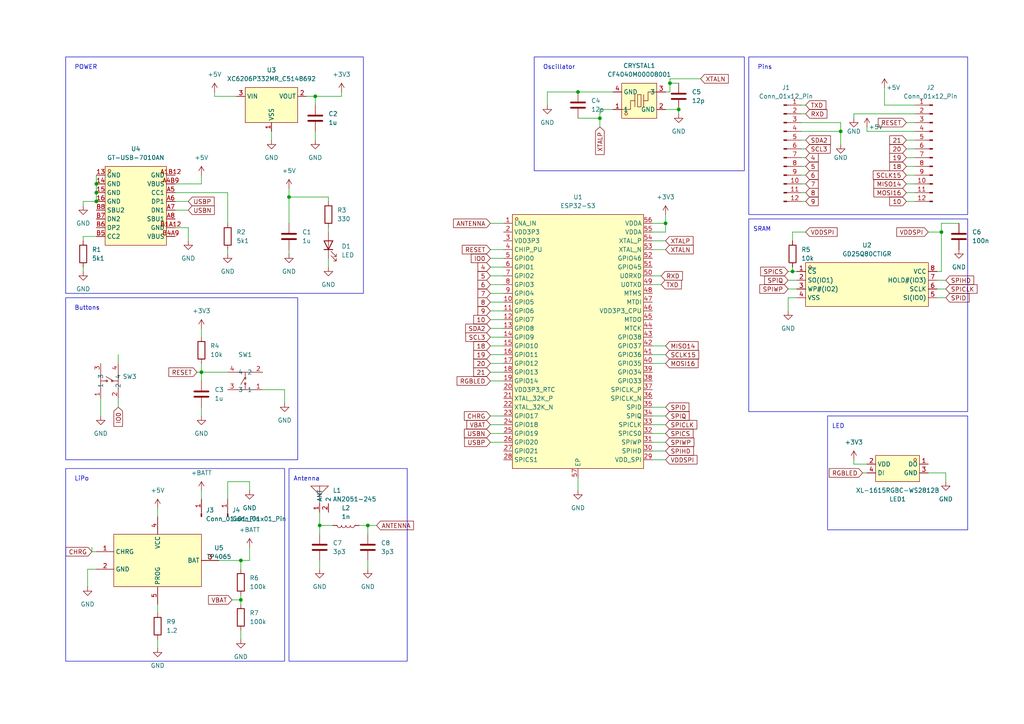
<source format=kicad_sch>
(kicad_sch (version 20230121) (generator eeschema)
  (paper "A4")
  (lib_symbols
    (symbol "Connector:Conn_01x01_Pin" (pin_names (offset 1.016) hide)
      (property "Reference" "J" (at 0 2.54 0))
      (property "Value" "Conn_01x01_Pin" (at 0 -2.54 0))
      (symbol "Conn_01x01_Pin_1_1"
        (polyline (pts (xy 1.27 0) (xy 0.8636 0)) (stroke (width 0.1524)))
        (rectangle (start 0.8636 0.127) (end 0 -0.127) (stroke (width 0.1524)) (fill (type outline)))
        (pin passive line (at 5.08 0 180) (length 3.81) (name "Pin_1") (number "1"))
      )
    )
    (symbol "Connector:Conn_01x12_Pin" (pin_names (offset 1.016) hide)
      (property "Reference" "J" (at 0 15.24 0))
      (property "Value" "Conn_01x12_Pin" (at 0 -17.78 0))
      (symbol "Conn_01x12_Pin_1_1"
        (polyline (pts (xy 1.27 -15.24) (xy 0.8636 -15.24)) (stroke (width 0.1524)))
        (polyline (pts (xy 1.27 -12.7) (xy 0.8636 -12.7)) (stroke (width 0.1524)))
        (polyline (pts (xy 1.27 -10.16) (xy 0.8636 -10.16)) (stroke (width 0.1524)))
        (polyline (pts (xy 1.27 -7.62) (xy 0.8636 -7.62)) (stroke (width 0.1524)))
        (polyline (pts (xy 1.27 -5.08) (xy 0.8636 -5.08)) (stroke (width 0.1524)))
        (polyline (pts (xy 1.27 -2.54) (xy 0.8636 -2.54)) (stroke (width 0.1524)))
        (polyline (pts (xy 1.27 0) (xy 0.8636 0)) (stroke (width 0.1524)))
        (polyline (pts (xy 1.27 2.54) (xy 0.8636 2.54)) (stroke (width 0.1524)))
        (polyline (pts (xy 1.27 5.08) (xy 0.8636 5.08)) (stroke (width 0.1524)))
        (polyline (pts (xy 1.27 7.62) (xy 0.8636 7.62)) (stroke (width 0.1524)))
        (polyline (pts (xy 1.27 10.16) (xy 0.8636 10.16)) (stroke (width 0.1524)))
        (polyline (pts (xy 1.27 12.7) (xy 0.8636 12.7)) (stroke (width 0.1524)))
        (rectangle (start 0.8636 -15.113) (end 0 -15.367) (stroke (width 0.1524)) (fill (type outline)))
        (rectangle (start 0.8636 -12.573) (end 0 -12.827) (stroke (width 0.1524)) (fill (type outline)))
        (rectangle (start 0.8636 -10.033) (end 0 -10.287) (stroke (width 0.1524)) (fill (type outline)))
        (rectangle (start 0.8636 -7.493) (end 0 -7.747) (stroke (width 0.1524)) (fill (type outline)))
        (rectangle (start 0.8636 -4.953) (end 0 -5.207) (stroke (width 0.1524)) (fill (type outline)))
        (rectangle (start 0.8636 -2.413) (end 0 -2.667) (stroke (width 0.1524)) (fill (type outline)))
        (rectangle (start 0.8636 0.127) (end 0 -0.127) (stroke (width 0.1524)) (fill (type outline)))
        (rectangle (start 0.8636 2.667) (end 0 2.413) (stroke (width 0.1524)) (fill (type outline)))
        (rectangle (start 0.8636 5.207) (end 0 4.953) (stroke (width 0.1524)) (fill (type outline)))
        (rectangle (start 0.8636 7.747) (end 0 7.493) (stroke (width 0.1524)) (fill (type outline)))
        (rectangle (start 0.8636 10.287) (end 0 10.033) (stroke (width 0.1524)) (fill (type outline)))
        (rectangle (start 0.8636 12.827) (end 0 12.573) (stroke (width 0.1524)) (fill (type outline)))
        (pin passive line (at 5.08 12.7 180) (length 3.81) (name "Pin_1") (number "1"))
        (pin passive line (at 5.08 -10.16 180) (length 3.81) (name "Pin_10") (number "10"))
        (pin passive line (at 5.08 -12.7 180) (length 3.81) (name "Pin_11") (number "11"))
        (pin passive line (at 5.08 -15.24 180) (length 3.81) (name "Pin_12") (number "12"))
        (pin passive line (at 5.08 10.16 180) (length 3.81) (name "Pin_2") (number "2"))
        (pin passive line (at 5.08 7.62 180) (length 3.81) (name "Pin_3") (number "3"))
        (pin passive line (at 5.08 5.08 180) (length 3.81) (name "Pin_4") (number "4"))
        (pin passive line (at 5.08 2.54 180) (length 3.81) (name "Pin_5") (number "5"))
        (pin passive line (at 5.08 0 180) (length 3.81) (name "Pin_6") (number "6"))
        (pin passive line (at 5.08 -2.54 180) (length 3.81) (name "Pin_7") (number "7"))
        (pin passive line (at 5.08 -5.08 180) (length 3.81) (name "Pin_8") (number "8"))
        (pin passive line (at 5.08 -7.62 180) (length 3.81) (name "Pin_9") (number "9"))
      )
    )
    (symbol "Device:C" (pin_numbers hide) (pin_names (offset 0.254))
      (property "Reference" "C" (at 0.635 2.54 0))
      (property "Value" "C" (at 0.635 -2.54 0))
      (symbol "C_0_1"
        (polyline (pts (xy -2.032 -0.762) (xy 2.032 -0.762)) (stroke (width 0.508)))
        (polyline (pts (xy -2.032 0.762) (xy 2.032 0.762)) (stroke (width 0.508)))
      )
      (symbol "C_1_1"
        (pin passive line (at 0 3.81 270) (length 2.794) (name "~") (number "1"))
        (pin passive line (at 0 -3.81 90) (length 2.794) (name "~") (number "2"))
      )
    )
    (symbol "Device:L" (pin_numbers hide) (pin_names (offset 1.016) hide)
      (property "Reference" "L" (at -1.27 0 90))
      (property "Value" "L" (at 1.905 0 90))
      (symbol "L_0_1"
        (arc (start 0 -2.54) (mid 0.6323 -1.905) (end 0 -1.27))
        (arc (start 0 -1.27) (mid 0.6323 -0.635) (end 0 0))
        (arc (start 0 0) (mid 0.6323 0.635) (end 0 1.27))
        (arc (start 0 1.27) (mid 0.6323 1.905) (end 0 2.54))
      )
      (symbol "L_1_1"
        (pin passive line (at 0 3.81 270) (length 1.27) (name "1") (number "1"))
        (pin passive line (at 0 -3.81 90) (length 1.27) (name "2") (number "2"))
      )
    )
    (symbol "Device:LED" (pin_numbers hide) (pin_names (offset 1.016) hide)
      (property "Reference" "D" (at 0 2.54 0))
      (property "Value" "LED" (at 0 -2.54 0))
      (symbol "LED_0_1"
        (polyline (pts (xy -1.27 -1.27) (xy -1.27 1.27)) (stroke (width 0.254)))
        (polyline (pts (xy -1.27 0) (xy 1.27 0)))
        (polyline (pts (xy 1.27 -1.27) (xy 1.27 1.27) (xy -1.27 0) (xy 1.27 -1.27)) (stroke (width 0.254)))
        (polyline (pts (xy -3.048 -0.762) (xy -4.572 -2.286) (xy -3.81 -2.286) (xy -4.572 -2.286) (xy -4.572 -1.524)))
        (polyline (pts (xy -1.778 -0.762) (xy -3.302 -2.286) (xy -2.54 -2.286) (xy -3.302 -2.286) (xy -3.302 -1.524)))
      )
      (symbol "LED_1_1"
        (pin passive line (at -3.81 0 0) (length 2.54) (name "K") (number "1"))
        (pin passive line (at 3.81 0 180) (length 2.54) (name "A") (number "2"))
      )
    )
    (symbol "Device:R" (pin_numbers hide) (pin_names (offset 0))
      (property "Reference" "R" (at 2.032 0 90))
      (property "Value" "R" (at 0 0 90))
      (symbol "R_0_1"
        (rectangle (start -1.016 -2.54) (end 1.016 2.54) (stroke (width 0.254)))
      )
      (symbol "R_1_1"
        (pin passive line (at 0 3.81 270) (length 1.27) (name "~") (number "1"))
        (pin passive line (at 0 -3.81 90) (length 1.27) (name "~") (number "2"))
      )
    )
    (symbol "lcsc:1TS028A-1300-0600-CT"
      (property "Reference" "SW" (at 0 7.62 0))
      (property "Value" "1TS028A-1300-0600-CT" (at 0 -7.62 0))
      (symbol "1TS028A-1300-0600-CT_0_1"
        (circle (center 0 -0.76) (radius 0.25))
        (polyline (pts (xy -2.54 -2.54) (xy 2.54 -2.54)))
        (polyline (pts (xy 0 -2.54) (xy 0 -0.76)))
        (polyline (pts (xy 0 1.52) (xy 0 0.76)))
        (polyline (pts (xy 0 2.54) (xy 0 1.52)))
        (polyline (pts (xy 1.27 1.02) (xy 0.25 -0.76)))
        (polyline (pts (xy 2.54 2.54) (xy -2.54 2.54)))
        (circle (center 0 0.76) (radius 0.25))
        (pin unspecified line (at -5.08 2.54 0) (length 2.54) (name "1") (number "1"))
        (pin unspecified line (at -5.08 -2.54 0) (length 2.54) (name "2") (number "2"))
        (pin unspecified line (at 5.08 2.54 180) (length 2.54) (name "3") (number "3"))
        (pin unspecified line (at 5.08 -2.54 180) (length 2.54) (name "4") (number "4"))
      )
    )
    (symbol "lcsc:AN2051-245"
      (property "Reference" "L" (at 0 1.27 0))
      (property "Value" "AN2051-245" (at 0 -8.89 0))
      (symbol "AN2051-245_0_1"
        (polyline (pts (xy 0 1.27) (xy -2.54 3.81)))
        (polyline (pts (xy 0 1.27) (xy 0 -1.27)))
        (polyline (pts (xy 0 3.81) (xy 0 1.27)))
        (polyline (pts (xy 2.54 3.81) (xy -2.54 3.81)))
        (polyline (pts (xy 2.54 3.81) (xy 0 1.27)))
        (pin unspecified line (at 0 -3.81 90) (length 2.54) (name "ANT") (number "1"))
        (pin unspecified line (at 2.54 -3.81 90) (length 2.54) (name "2") (number "2"))
      )
    )
    (symbol "lcsc:CF4040M00008001"
      (property "Reference" "CRYSTAL" (at 0 7.62 0))
      (property "Value" "CF4040M00008001" (at 0 -7.62 0))
      (symbol "CF4040M00008001_0_1"
        (rectangle (start -5.08 5.08) (end 5.08 -5.08) (fill (type background)))
        (circle (center -3.81 -3.81) (radius 0.38))
        (rectangle (start -0.51 1.78) (end 0.51 -1.78) (fill (type background)))
        (polyline (pts (xy -1.27 -1.78) (xy -1.27 1.78)))
        (polyline (pts (xy 1.27 -1.78) (xy 1.27 1.78)))
        (polyline (pts (xy -5.08 -2.54) (xy -2.54 -2.54) (xy -2.54 0) (xy -1.27 0)))
        (polyline (pts (xy 5.08 2.54) (xy 2.54 2.54) (xy 2.54 0) (xy 1.27 0)))
        (pin input line (at -7.62 -2.54 0) (length 2.54) (name "1") (number "1"))
        (pin input line (at 7.62 -2.54 180) (length 2.54) (name "GND") (number "2"))
        (pin input line (at 7.62 2.54 180) (length 2.54) (name "3") (number "3"))
        (pin input line (at -7.62 2.54 0) (length 2.54) (name "GND") (number "4"))
      )
    )
    (symbol "lcsc:ESP32-S3"
      (property "Reference" "U" (at 0 39.37 0))
      (property "Value" "ESP32-S3" (at 0 -44.45 0))
      (symbol "ESP32-S3_0_1"
        (rectangle (start -19.05 36.83) (end 19.05 -36.83) (fill (type background)))
        (circle (center -17.78 35.56) (radius 0.38))
        (pin unspecified line (at -21.59 34.29 0) (length 2.54) (name "LNA_IN") (number "1"))
        (pin unspecified line (at -21.59 11.43 0) (length 2.54) (name "GPIO5") (number "10"))
        (pin unspecified line (at -21.59 8.89 0) (length 2.54) (name "GPIO6") (number "11"))
        (pin unspecified line (at -21.59 6.35 0) (length 2.54) (name "GPIO7") (number "12"))
        (pin unspecified line (at -21.59 3.81 0) (length 2.54) (name "GPIO8") (number "13"))
        (pin unspecified line (at -21.59 1.27 0) (length 2.54) (name "GPIO9") (number "14"))
        (pin unspecified line (at -21.59 -1.27 0) (length 2.54) (name "GPIO10") (number "15"))
        (pin unspecified line (at -21.59 -3.81 0) (length 2.54) (name "GPIO11") (number "16"))
        (pin unspecified line (at -21.59 -6.35 0) (length 2.54) (name "GPIO12") (number "17"))
        (pin unspecified line (at -21.59 -8.89 0) (length 2.54) (name "GPIO13") (number "18"))
        (pin unspecified line (at -21.59 -11.43 0) (length 2.54) (name "GPIO14") (number "19"))
        (pin unspecified line (at -21.59 31.75 0) (length 2.54) (name "VDD3P3") (number "2"))
        (pin unspecified line (at -21.59 -13.97 0) (length 2.54) (name "VDD3P3_RTC") (number "20"))
        (pin unspecified line (at -21.59 -16.51 0) (length 2.54) (name "XTAL_32K_P") (number "21"))
        (pin unspecified line (at -21.59 -19.05 0) (length 2.54) (name "XTAL_32K_N") (number "22"))
        (pin unspecified line (at -21.59 -21.59 0) (length 2.54) (name "GPIO17") (number "23"))
        (pin unspecified line (at -21.59 -24.13 0) (length 2.54) (name "GPIO18") (number "24"))
        (pin unspecified line (at -21.59 -26.67 0) (length 2.54) (name "GPIO19") (number "25"))
        (pin unspecified line (at -21.59 -29.21 0) (length 2.54) (name "GPIO20") (number "26"))
        (pin unspecified line (at -21.59 -31.75 0) (length 2.54) (name "GPIO21") (number "27"))
        (pin unspecified line (at -21.59 -34.29 0) (length 2.54) (name "SPICS1") (number "28"))
        (pin unspecified line (at 21.59 -34.29 180) (length 2.54) (name "VDD_SPI") (number "29"))
        (pin unspecified line (at -21.59 29.21 0) (length 2.54) (name "VDD3P3") (number "3"))
        (pin unspecified line (at 21.59 -31.75 180) (length 2.54) (name "SPIHD") (number "30"))
        (pin unspecified line (at 21.59 -29.21 180) (length 2.54) (name "SPIWP") (number "31"))
        (pin unspecified line (at 21.59 -26.67 180) (length 2.54) (name "SPICS0") (number "32"))
        (pin unspecified line (at 21.59 -24.13 180) (length 2.54) (name "SPICLK") (number "33"))
        (pin unspecified line (at 21.59 -21.59 180) (length 2.54) (name "SPIQ") (number "34"))
        (pin unspecified line (at 21.59 -19.05 180) (length 2.54) (name "SPID") (number "35"))
        (pin unspecified line (at 21.59 -16.51 180) (length 2.54) (name "SPICLK_N") (number "36"))
        (pin unspecified line (at 21.59 -13.97 180) (length 2.54) (name "SPICLK_P") (number "37"))
        (pin unspecified line (at 21.59 -11.43 180) (length 2.54) (name "GPIO33") (number "38"))
        (pin unspecified line (at 21.59 -8.89 180) (length 2.54) (name "GPIO34") (number "39"))
        (pin unspecified line (at -21.59 26.67 0) (length 2.54) (name "CHIP_PU") (number "4"))
        (pin unspecified line (at 21.59 -6.35 180) (length 2.54) (name "GPIO35") (number "40"))
        (pin unspecified line (at 21.59 -3.81 180) (length 2.54) (name "GPIO36") (number "41"))
        (pin unspecified line (at 21.59 -1.27 180) (length 2.54) (name "GPIO37") (number "42"))
        (pin unspecified line (at 21.59 1.27 180) (length 2.54) (name "GPIO38") (number "43"))
        (pin unspecified line (at 21.59 3.81 180) (length 2.54) (name "MTCK") (number "44"))
        (pin unspecified line (at 21.59 6.35 180) (length 2.54) (name "MTDO") (number "45"))
        (pin unspecified line (at 21.59 8.89 180) (length 2.54) (name "VDD3P3_CPU") (number "46"))
        (pin unspecified line (at 21.59 11.43 180) (length 2.54) (name "MTDI") (number "47"))
        (pin unspecified line (at 21.59 13.97 180) (length 2.54) (name "MTMS") (number "48"))
        (pin unspecified line (at 21.59 16.51 180) (length 2.54) (name "U0TXD") (number "49"))
        (pin unspecified line (at -21.59 24.13 0) (length 2.54) (name "GPIO0") (number "5"))
        (pin unspecified line (at 21.59 19.05 180) (length 2.54) (name "U0RXD") (number "50"))
        (pin unspecified line (at 21.59 21.59 180) (length 2.54) (name "GPIO45") (number "51"))
        (pin unspecified line (at 21.59 24.13 180) (length 2.54) (name "GPIO46") (number "52"))
        (pin unspecified line (at 21.59 26.67 180) (length 2.54) (name "XTAL_N") (number "53"))
        (pin unspecified line (at 21.59 29.21 180) (length 2.54) (name "XTAL_P") (number "54"))
        (pin unspecified line (at 21.59 31.75 180) (length 2.54) (name "VDDA") (number "55"))
        (pin unspecified line (at 21.59 34.29 180) (length 2.54) (name "VDDA") (number "56"))
        (pin unspecified line (at 0 -39.37 90) (length 2.54) (name "EP") (number "57"))
        (pin unspecified line (at -21.59 21.59 0) (length 2.54) (name "GPIO1") (number "6"))
        (pin unspecified line (at -21.59 19.05 0) (length 2.54) (name "GPIO2") (number "7"))
        (pin unspecified line (at -21.59 16.51 0) (length 2.54) (name "GPIO3") (number "8"))
        (pin unspecified line (at -21.59 13.97 0) (length 2.54) (name "GPIO4") (number "9"))
      )
    )
    (symbol "lcsc:GD25Q80CTIGR"
      (property "Reference" "U" (at 0 8.89 0))
      (property "Value" "GD25Q80CTIGR" (at 0 -8.89 0))
      (symbol "GD25Q80CTIGR_0_1"
        (rectangle (start -17.78 6.35) (end 17.78 -6.35) (fill (type background)))
        (circle (center -16.51 5.08) (radius 0.38))
        (pin unspecified line (at -20.32 3.81 0) (length 2.54) (name "~{CS}") (number "1"))
        (pin unspecified line (at -20.32 1.27 0) (length 2.54) (name "SO(IO1)") (number "2"))
        (pin unspecified line (at -20.32 -1.27 0) (length 2.54) (name "WP#(IO2)") (number "3"))
        (pin unspecified line (at -20.32 -3.81 0) (length 2.54) (name "VSS") (number "4"))
        (pin unspecified line (at 20.32 -3.81 180) (length 2.54) (name "SI(IO0)") (number "5"))
        (pin unspecified line (at 20.32 -1.27 180) (length 2.54) (name "SCLK") (number "6"))
        (pin unspecified line (at 20.32 1.27 180) (length 2.54) (name "HOLD#(IO3)") (number "7"))
        (pin unspecified line (at 20.32 3.81 180) (length 2.54) (name "VCC") (number "8"))
      )
    )
    (symbol "lcsc:GT-USB-7010AN"
      (property "Reference" "U" (at 0 13.97 0))
      (property "Value" "GT-USB-7010AN" (at 0 -13.97 0))
      (symbol "GT-USB-7010AN_0_1"
        (rectangle (start -8.89 11.43) (end 8.89 -11.43) (fill (type background)))
        (circle (center -7.62 10.16) (radius 0.38))
        (pin unspecified line (at -11.43 8.89 0) (length 2.54) (name "GND") (number "13"))
        (pin unspecified line (at -11.43 6.35 0) (length 2.54) (name "GND") (number "14"))
        (pin unspecified line (at -11.43 3.81 0) (length 2.54) (name "GND") (number "15"))
        (pin unspecified line (at -11.43 1.27 0) (length 2.54) (name "GND") (number "16"))
        (pin unspecified line (at 11.43 8.89 180) (length 2.54) (name "GND") (number "A1B12"))
        (pin unspecified line (at 11.43 6.35 180) (length 2.54) (name "VBUS") (number "A4B9"))
        (pin unspecified line (at 11.43 3.81 180) (length 2.54) (name "CC1") (number "A5"))
        (pin unspecified line (at 11.43 1.27 180) (length 2.54) (name "DP1") (number "A6"))
        (pin unspecified line (at 11.43 -1.27 180) (length 2.54) (name "DN1") (number "A7"))
        (pin unspecified line (at 11.43 -3.81 180) (length 2.54) (name "SBU1") (number "A8"))
        (pin unspecified line (at 11.43 -6.35 180) (length 2.54) (name "GND") (number "B1A12"))
        (pin unspecified line (at 11.43 -8.89 180) (length 2.54) (name "VBUS") (number "B4A9"))
        (pin unspecified line (at -11.43 -8.89 0) (length 2.54) (name "CC2") (number "B5"))
        (pin unspecified line (at -11.43 -6.35 0) (length 2.54) (name "DP2") (number "B6"))
        (pin unspecified line (at -11.43 -3.81 0) (length 2.54) (name "DN2") (number "B7"))
        (pin unspecified line (at -11.43 -1.27 0) (length 2.54) (name "SBU2") (number "B8"))
      )
    )
    (symbol "lcsc:TP4065"
      (property "Reference" "U" (at 0 17.78 0))
      (property "Value" "TP4065" (at 0 -17.78 0))
      (symbol "TP4065_0_1"
        (rectangle (start -12.7 7.62) (end 12.7 -7.62) (fill (type background)))
        (pin unspecified line (at -17.78 2.54 0) (length 5.08) (name "CHRG") (number "1"))
        (pin unspecified line (at -17.78 -2.54 0) (length 5.08) (name "GND") (number "2"))
        (pin unspecified line (at 17.78 0 180) (length 5.08) (name "BAT") (number "3"))
        (pin unspecified line (at 0 12.7 270) (length 5.08) (name "VCC") (number "4"))
        (pin unspecified line (at 0 -12.7 90) (length 5.08) (name "PROG") (number "5"))
      )
    )
    (symbol "lcsc:XC6206P332MR_C5148692"
      (property "Reference" "U" (at 0 7.62 0))
      (property "Value" "XC6206P332MR_C5148692" (at 0 -12.7 0))
      (symbol "XC6206P332MR_C5148692_0_1"
        (rectangle (start -7.62 5.08) (end 7.62 -5.08) (fill (type background)))
        (pin unspecified line (at 0 -7.62 90) (length 2.54) (name "VSS") (number "1"))
        (pin unspecified line (at 10.16 2.54 180) (length 2.54) (name "VOUT") (number "2"))
        (pin unspecified line (at -10.16 2.54 0) (length 2.54) (name "VIN") (number "3"))
      )
    )
    (symbol "lcsc:XL-1615RGBC-WS2812B"
      (property "Reference" "LED" (at 0 6.35 0))
      (property "Value" "XL-1615RGBC-WS2812B" (at 0 -6.35 0))
      (symbol "XL-1615RGBC-WS2812B_0_1"
        (rectangle (start -6.35 3.81) (end 6.35 -3.81) (fill (type background)))
        (circle (center -5.08 2.54) (radius 0.38))
        (pin unspecified line (at -8.89 1.27 0) (length 2.54) (name "DO") (number "1"))
        (pin unspecified line (at 8.89 1.27 180) (length 2.54) (name "VDD") (number "2"))
        (pin unspecified line (at -8.89 -1.27 0) (length 2.54) (name "GND") (number "3"))
        (pin unspecified line (at 8.89 -1.27 180) (length 2.54) (name "DI") (number "4"))
      )
    )
    (symbol "power:+3V3" (power) (pin_names (offset 0))
      (property "Value" "+3V3" (at 0 3.556 0))
      (symbol "+3V3_0_1"
        (polyline (pts (xy -0.762 1.27) (xy 0 2.54)))
        (polyline (pts (xy 0 0) (xy 0 2.54)))
        (polyline (pts (xy 0 2.54) (xy 0.762 1.27)))
      )
      (symbol "+3V3_1_1"
        (pin power_in line (at 0 0 90) (length 0) hide (name "+3V3") (number "1"))
      )
    )
    (symbol "power:+5V" (power) (pin_names (offset 0))
      (property "Value" "+5V" (at 0 3.556 0))
      (symbol "+5V_0_1"
        (polyline (pts (xy -0.762 1.27) (xy 0 2.54)))
        (polyline (pts (xy 0 0) (xy 0 2.54)))
        (polyline (pts (xy 0 2.54) (xy 0.762 1.27)))
      )
      (symbol "+5V_1_1"
        (pin power_in line (at 0 0 90) (length 0) hide (name "+5V") (number "1"))
      )
    )
    (symbol "power:+BATT" (power) (pin_names (offset 0))
      (property "Value" "+BATT" (at 0 3.556 0))
      (symbol "+BATT_0_1"
        (polyline (pts (xy -0.762 1.27) (xy 0 2.54)))
        (polyline (pts (xy 0 0) (xy 0 2.54)))
        (polyline (pts (xy 0 2.54) (xy 0.762 1.27)))
      )
      (symbol "+BATT_1_1"
        (pin power_in line (at 0 0 90) (length 0) hide (name "+BATT") (number "1"))
      )
    )
    (symbol "power:GND" (power) (pin_names (offset 0))
      (property "Value" "GND" (at 0 -3.81 0))
      (symbol "GND_0_1"
        (polyline (pts (xy 0 0) (xy 0 -1.27) (xy 1.27 -1.27) (xy 0 -2.54) (xy -1.27 -1.27) (xy 0 -1.27)))
      )
      (symbol "GND_1_1"
        (pin power_in line (at 0 0 270) (length 0) hide (name "GND") (number "1"))
      )
    )
  )
  (junction (at 27.94 53.34))
  (junction (at 243.84 38.1))
  (junction (at 69.85 173.99))
  (junction (at 58.42 107.95))
  (junction (at 194.31 24.13))
  (junction (at 106.68 152.4))
  (junction (at 193.04 64.77))
  (junction (at 196.85 31.75))
  (junction (at 92.71 152.4))
  (junction (at 27.94 58.42))
  (junction (at 273.05 67.31))
  (junction (at 229.87 78.74))
  (junction (at 27.94 55.88))
  (junction (at 69.85 162.56))
  (junction (at 91.44 27.94))
  (junction (at 167.64 26.67))
  (junction (at 173.99 34.29))
  (junction (at 83.82 57.15))
  (wire (pts (xy 273.05 78.74) (xy 271.78 78.74)))
  (wire (pts (xy 76.2 113.03) (xy 82.55 113.03)))
  (wire (pts (xy 45.72 175.26) (xy 45.72 177.8)))
  (wire (pts (xy 142.24 80.01) (xy 146.05 80.01)))
  (wire (pts (xy 69.85 162.56) (xy 69.85 165.1)))
  (wire (pts (xy 228.6 78.74) (xy 229.87 78.74)))
  (wire (pts (xy 69.85 182.88) (xy 69.85 185.42)))
  (wire (pts (xy 262.89 48.26) (xy 265.43 48.26)))
  (wire (pts (xy 173.99 34.29) (xy 167.64 34.29)))
  (wire (pts (xy 83.82 57.15) (xy 95.25 57.15)))
  (wire (pts (xy 232.41 38.1) (xy 243.84 38.1)))
  (wire (pts (xy 142.24 82.55) (xy 146.05 82.55)))
  (wire (pts (xy 278.13 64.77) (xy 273.05 64.77)))
  (wire (pts (xy 106.68 152.4) (xy 104.14 152.4)))
  (wire (pts (xy 26.67 160.02) (xy 26.67 158.75)))
  (wire (pts (xy 142.24 74.93) (xy 146.05 74.93)))
  (wire (pts (xy 142.24 85.09) (xy 146.05 85.09)))
  (wire (pts (xy 250.19 137.16) (xy 251.46 137.16)))
  (wire (pts (xy 142.24 107.95) (xy 146.05 107.95)))
  (wire (pts (xy 193.04 123.19) (xy 189.23 123.19)))
  (wire (pts (xy 66.04 64.77) (xy 66.04 55.88)))
  (wire (pts (xy 82.55 113.03) (xy 82.55 116.84)))
  (wire (pts (xy 193.04 67.31) (xy 193.04 64.77)))
  (wire (pts (xy 58.42 105.41) (xy 58.42 107.95)))
  (wire (pts (xy 54.61 58.42) (xy 50.8 58.42)))
  (wire (pts (xy 228.6 90.17) (xy 228.6 86.36)))
  (wire (pts (xy 262.89 40.64) (xy 265.43 40.64)))
  (wire (pts (xy 88.9 27.94) (xy 91.44 27.94)))
  (wire (pts (xy 142.24 120.65) (xy 146.05 120.65)))
  (wire (pts (xy 173.99 31.75) (xy 173.99 34.29)))
  (wire (pts (xy 193.04 118.11) (xy 189.23 118.11)))
  (wire (pts (xy 29.21 115.57) (xy 29.21 120.65)))
  (wire (pts (xy 24.13 68.58) (xy 27.94 68.58)))
  (wire (pts (xy 173.99 34.29) (xy 173.99 36.83)))
  (wire (pts (xy 243.84 35.56) (xy 243.84 38.1)))
  (wire (pts (xy 142.24 92.71) (xy 146.05 92.71)))
  (wire (pts (xy 228.6 81.28) (xy 231.14 81.28)))
  (wire (pts (xy 69.85 162.56) (xy 72.39 162.56)))
  (wire (pts (xy 251.46 134.62) (xy 247.65 134.62)))
  (wire (pts (xy 193.04 26.67) (xy 194.31 26.67)))
  (wire (pts (xy 66.04 139.7) (xy 66.04 144.78)))
  (wire (pts (xy 177.8 31.75) (xy 173.99 31.75)))
  (wire (pts (xy 269.24 137.16) (xy 274.32 137.16)))
  (wire (pts (xy 269.24 67.31) (xy 273.05 67.31)))
  (wire (pts (xy 95.25 58.42) (xy 95.25 57.15)))
  (wire (pts (xy 50.8 53.34) (xy 58.42 53.34)))
  (wire (pts (xy 91.44 30.48) (xy 91.44 27.94)))
  (wire (pts (xy 78.74 38.1) (xy 78.74 40.64)))
  (wire (pts (xy 142.24 110.49) (xy 146.05 110.49)))
  (wire (pts (xy 24.13 58.42) (xy 24.13 59.69)))
  (wire (pts (xy 158.75 26.67) (xy 158.75 30.48)))
  (wire (pts (xy 228.6 83.82) (xy 231.14 83.82)))
  (wire (pts (xy 189.23 105.41) (xy 193.04 105.41)))
  (wire (pts (xy 262.89 58.42) (xy 265.43 58.42)))
  (wire (pts (xy 189.23 102.87) (xy 193.04 102.87)))
  (wire (pts (xy 99.06 26.67) (xy 99.06 27.94)))
  (wire (pts (xy 233.68 55.88) (xy 232.41 55.88)))
  (wire (pts (xy 106.68 162.56) (xy 106.68 165.1)))
  (wire (pts (xy 25.4 165.1) (xy 27.94 165.1)))
  (wire (pts (xy 58.42 95.25) (xy 58.42 97.79)))
  (wire (pts (xy 69.85 172.72) (xy 69.85 173.99)))
  (wire (pts (xy 62.23 27.94) (xy 68.58 27.94)))
  (wire (pts (xy 142.24 105.41) (xy 146.05 105.41)))
  (wire (pts (xy 54.61 60.96) (xy 50.8 60.96)))
  (wire (pts (xy 262.89 50.8) (xy 265.43 50.8)))
  (wire (pts (xy 45.72 185.42) (xy 45.72 187.96)))
  (wire (pts (xy 72.39 139.7) (xy 72.39 142.24)))
  (wire (pts (xy 27.94 55.88) (xy 27.94 58.42)))
  (wire (pts (xy 229.87 67.31) (xy 229.87 69.85)))
  (wire (pts (xy 83.82 54.61) (xy 83.82 57.15)))
  (wire (pts (xy 193.04 62.23) (xy 193.04 64.77)))
  (wire (pts (xy 142.24 97.79) (xy 146.05 97.79)))
  (wire (pts (xy 196.85 31.75) (xy 193.04 31.75)))
  (wire (pts (xy 66.04 72.39) (xy 66.04 73.66)))
  (wire (pts (xy 196.85 33.02) (xy 196.85 31.75)))
  (wire (pts (xy 54.61 66.04) (xy 54.61 69.85)))
  (wire (pts (xy 92.71 148.59) (xy 92.71 152.4)))
  (wire (pts (xy 34.29 115.57) (xy 34.29 118.11)))
  (wire (pts (xy 247.65 134.62) (xy 247.65 133.35)))
  (wire (pts (xy 167.64 138.43) (xy 167.64 142.24)))
  (wire (pts (xy 63.5 162.56) (xy 69.85 162.56)))
  (wire (pts (xy 189.23 82.55) (xy 191.77 82.55)))
  (wire (pts (xy 24.13 69.85) (xy 24.13 68.58)))
  (wire (pts (xy 193.04 72.39) (xy 189.23 72.39)))
  (wire (pts (xy 142.24 123.19) (xy 146.05 123.19)))
  (wire (pts (xy 142.24 102.87) (xy 146.05 102.87)))
  (wire (pts (xy 274.32 81.28) (xy 271.78 81.28)))
  (wire (pts (xy 142.24 95.25) (xy 146.05 95.25)))
  (wire (pts (xy 233.68 58.42) (xy 232.41 58.42)))
  (wire (pts (xy 247.65 33.02) (xy 265.43 33.02)))
  (wire (pts (xy 193.04 130.81) (xy 189.23 130.81)))
  (wire (pts (xy 233.68 43.18) (xy 232.41 43.18)))
  (wire (pts (xy 233.68 67.31) (xy 229.87 67.31)))
  (wire (pts (xy 167.64 26.67) (xy 158.75 26.67)))
  (wire (pts (xy 142.24 77.47) (xy 146.05 77.47)))
  (wire (pts (xy 251.46 38.1) (xy 251.46 36.83)))
  (wire (pts (xy 203.2 22.86) (xy 194.31 22.86)))
  (wire (pts (xy 50.8 66.04) (xy 54.61 66.04)))
  (wire (pts (xy 233.68 45.72) (xy 232.41 45.72)))
  (wire (pts (xy 232.41 35.56) (xy 243.84 35.56)))
  (wire (pts (xy 24.13 58.42) (xy 27.94 58.42)))
  (wire (pts (xy 262.89 35.56) (xy 265.43 35.56)))
  (wire (pts (xy 27.94 53.34) (xy 27.94 55.88)))
  (wire (pts (xy 58.42 53.34) (xy 58.42 50.8)))
  (wire (pts (xy 95.25 67.31) (xy 95.25 66.04)))
  (wire (pts (xy 193.04 128.27) (xy 189.23 128.27)))
  (wire (pts (xy 243.84 38.1) (xy 243.84 41.91)))
  (wire (pts (xy 83.82 72.39) (xy 83.82 73.66)))
  (wire (pts (xy 256.54 30.48) (xy 265.43 30.48)))
  (wire (pts (xy 92.71 162.56) (xy 92.71 165.1)))
  (wire (pts (xy 194.31 24.13) (xy 194.31 22.86)))
  (wire (pts (xy 247.65 33.02) (xy 247.65 34.29)))
  (wire (pts (xy 106.68 154.94) (xy 106.68 152.4)))
  (wire (pts (xy 193.04 133.35) (xy 189.23 133.35)))
  (wire (pts (xy 189.23 100.33) (xy 193.04 100.33)))
  (wire (pts (xy 233.68 40.64) (xy 232.41 40.64)))
  (wire (pts (xy 274.32 83.82) (xy 271.78 83.82)))
  (wire (pts (xy 256.54 25.4) (xy 256.54 30.48)))
  (wire (pts (xy 66.04 139.7) (xy 72.39 139.7)))
  (wire (pts (xy 91.44 38.1) (xy 91.44 40.64)))
  (wire (pts (xy 25.4 170.18) (xy 25.4 165.1)))
  (wire (pts (xy 273.05 64.77) (xy 273.05 67.31)))
  (wire (pts (xy 58.42 107.95) (xy 58.42 110.49)))
  (wire (pts (xy 262.89 45.72) (xy 265.43 45.72)))
  (wire (pts (xy 142.24 64.77) (xy 146.05 64.77)))
  (wire (pts (xy 27.94 50.8) (xy 27.94 53.34)))
  (wire (pts (xy 251.46 38.1) (xy 265.43 38.1)))
  (wire (pts (xy 273.05 67.31) (xy 273.05 78.74)))
  (wire (pts (xy 69.85 173.99) (xy 69.85 175.26)))
  (wire (pts (xy 83.82 64.77) (xy 83.82 57.15)))
  (wire (pts (xy 194.31 26.67) (xy 194.31 24.13)))
  (wire (pts (xy 228.6 86.36) (xy 231.14 86.36)))
  (wire (pts (xy 193.04 125.73) (xy 189.23 125.73)))
  (wire (pts (xy 274.32 137.16) (xy 274.32 139.7)))
  (wire (pts (xy 262.89 53.34) (xy 265.43 53.34)))
  (wire (pts (xy 233.68 30.48) (xy 232.41 30.48)))
  (wire (pts (xy 233.68 50.8) (xy 232.41 50.8)))
  (wire (pts (xy 262.89 55.88) (xy 265.43 55.88)))
  (wire (pts (xy 58.42 118.11) (xy 58.42 120.65)))
  (wire (pts (xy 27.94 160.02) (xy 26.67 160.02)))
  (wire (pts (xy 45.72 147.32) (xy 45.72 149.86)))
  (wire (pts (xy 67.31 173.99) (xy 69.85 173.99)))
  (wire (pts (xy 262.89 43.18) (xy 265.43 43.18)))
  (wire (pts (xy 189.23 64.77) (xy 193.04 64.77)))
  (wire (pts (xy 106.68 152.4) (xy 109.22 152.4)))
  (wire (pts (xy 189.23 80.01) (xy 191.77 80.01)))
  (wire (pts (xy 229.87 77.47) (xy 229.87 78.74)))
  (wire (pts (xy 193.04 69.85) (xy 189.23 69.85)))
  (wire (pts (xy 193.04 120.65) (xy 189.23 120.65)))
  (wire (pts (xy 50.8 55.88) (xy 66.04 55.88)))
  (wire (pts (xy 95.25 74.93) (xy 95.25 77.47)))
  (wire (pts (xy 57.15 107.95) (xy 58.42 107.95)))
  (wire (pts (xy 58.42 142.24) (xy 58.42 144.78)))
  (wire (pts (xy 142.24 87.63) (xy 146.05 87.63)))
  (wire (pts (xy 233.68 33.02) (xy 232.41 33.02)))
  (wire (pts (xy 62.23 27.94) (xy 62.23 26.67)))
  (wire (pts (xy 142.24 72.39) (xy 146.05 72.39)))
  (wire (pts (xy 91.44 27.94) (xy 99.06 27.94)))
  (wire (pts (xy 233.68 48.26) (xy 232.41 48.26)))
  (wire (pts (xy 58.42 107.95) (xy 66.04 107.95)))
  (wire (pts (xy 142.24 100.33) (xy 146.05 100.33)))
  (wire (pts (xy 92.71 152.4) (xy 96.52 152.4)))
  (wire (pts (xy 72.39 162.56) (xy 72.39 158.75)))
  (wire (pts (xy 233.68 53.34) (xy 232.41 53.34)))
  (wire (pts (xy 194.31 24.13) (xy 196.85 24.13)))
  (wire (pts (xy 274.32 86.36) (xy 271.78 86.36)))
  (wire (pts (xy 142.24 125.73) (xy 146.05 125.73)))
  (wire (pts (xy 229.87 78.74) (xy 231.14 78.74)))
  (wire (pts (xy 177.8 26.67) (xy 167.64 26.67)))
  (wire (pts (xy 189.23 67.31) (xy 193.04 67.31)))
  (wire (pts (xy 92.71 152.4) (xy 92.71 154.94)))
  (wire (pts (xy 34.29 102.87) (xy 34.29 105.41)))
  (wire (pts (xy 142.24 90.17) (xy 146.05 90.17)))
  (wire (pts (xy 142.24 128.27) (xy 146.05 128.27)))
  (wire (pts (xy 24.13 77.47) (xy 24.13 78.74)))
  (rectangle (start 217.17 63.5) (end 280.67 119.38))
  (rectangle (start 19.05 135.89) (end 82.55 191.77))
  (rectangle (start 86.36 133.35) (end 19.05 86.36))
  (rectangle (start 240.03 120.65) (end 280.67 153.67))
  (rectangle (start 217.17 16.51) (end 280.67 62.23))
  (rectangle (start 83.82 135.89) (end 118.11 191.77))
  (rectangle (start 19.05 16.51) (end 105.41 85.09))
  (rectangle (start 154.94 16.51) (end 215.9 49.53))
  (text "Pins\n" (at 219.71 20.32 0) (effects (font (size 1.27 1.27)) (justify left bottom)))
  (text "Oscillator\n" (at 157.48 20.32 0) (effects (font (size 1.27 1.27)) (justify left bottom)))
  (text "LED\n" (at 241.3 124.46 0) (effects (font (size 1.27 1.27)) (justify left bottom)))
  (text "Antenna" (at 85.09 139.7 0) (effects (font (size 1.27 1.27)) (justify left bottom)))
  (text "LiPo" (at 21.59 139.7 0) (effects (font (size 1.27 1.27)) (justify left bottom)))
  (text "SRAM\n" (at 218.44 67.31 0) (effects (font (size 1.27 1.27)) (justify left bottom)))
  (text "POWER\n" (at 21.59 20.32 0) (effects (font (size 1.27 1.27)) (justify left bottom)))
  (text "Buttons\n" (at 21.59 90.17 0) (effects (font (size 1.27 1.27)) (justify left bottom)))
  (global_label "RGBLED" (shape input) (at 142.24 110.49 180) (property "Intersheetrefs" "${INTERSHEET_REFS}" (effects hide)))
  (global_label "9" (shape input) (at 142.24 90.17 180) (property "Intersheetrefs" "${INTERSHEET_REFS}" (effects hide)))
  (global_label "CHRG" (shape input) (at 142.24 120.65 180) (property "Intersheetrefs" "${INTERSHEET_REFS}" (effects hide)))
  (global_label "SPICLK" (shape input) (at 193.04 123.19 0) (property "Intersheetrefs" "${INTERSHEET_REFS}" (effects hide)))
  (global_label "SPIQ" (shape input) (at 193.04 120.65 0) (property "Intersheetrefs" "${INTERSHEET_REFS}" (effects hide)))
  (global_label "18" (shape input) (at 142.24 100.33 180) (property "Intersheetrefs" "${INTERSHEET_REFS}" (effects hide)))
  (global_label "XTALP" (shape input) (at 173.99 36.83 270) (property "Intersheetrefs" "${INTERSHEET_REFS}" (effects hide)))
  (global_label "8" (shape input) (at 142.24 87.63 180) (property "Intersheetrefs" "${INTERSHEET_REFS}" (effects hide)))
  (global_label "SPIWP" (shape input) (at 228.6 83.82 180) (property "Intersheetrefs" "${INTERSHEET_REFS}" (effects hide)))
  (global_label "SDA2" (shape input) (at 142.24 95.25 180) (property "Intersheetrefs" "${INTERSHEET_REFS}" (effects hide)))
  (global_label "VDDSPI" (shape input) (at 269.24 67.31 180) (property "Intersheetrefs" "${INTERSHEET_REFS}" (effects hide)))
  (global_label "SPIHD" (shape input) (at 274.32 81.28 0) (property "Intersheetrefs" "${INTERSHEET_REFS}" (effects hide)))
  (global_label "RXD" (shape input) (at 191.77 80.01 0) (property "Intersheetrefs" "${INTERSHEET_REFS}" (effects hide)))
  (global_label "5" (shape input) (at 142.24 80.01 180) (property "Intersheetrefs" "${INTERSHEET_REFS}" (effects hide)))
  (global_label "TXD" (shape input) (at 233.68 30.48 0) (property "Intersheetrefs" "${INTERSHEET_REFS}" (effects hide)))
  (global_label "10" (shape input) (at 262.89 58.42 180) (property "Intersheetrefs" "${INTERSHEET_REFS}" (effects hide)))
  (global_label "7" (shape input) (at 233.68 53.34 0) (property "Intersheetrefs" "${INTERSHEET_REFS}" (effects hide)))
  (global_label "SPID" (shape input) (at 193.04 118.11 0) (property "Intersheetrefs" "${INTERSHEET_REFS}" (effects hide)))
  (global_label "VDDSPI" (shape input) (at 233.68 67.31 0) (property "Intersheetrefs" "${INTERSHEET_REFS}" (effects hide)))
  (global_label "SPICS" (shape input) (at 193.04 125.73 0) (property "Intersheetrefs" "${INTERSHEET_REFS}" (effects hide)))
  (global_label "RESET" (shape input) (at 262.89 35.56 180) (property "Intersheetrefs" "${INTERSHEET_REFS}" (effects hide)))
  (global_label "20" (shape input) (at 262.89 43.18 180) (property "Intersheetrefs" "${INTERSHEET_REFS}" (effects hide)))
  (global_label "SCL3" (shape input) (at 142.24 97.79 180) (property "Intersheetrefs" "${INTERSHEET_REFS}" (effects hide)))
  (global_label "SCL3" (shape input) (at 233.68 43.18 0) (property "Intersheetrefs" "${INTERSHEET_REFS}" (effects hide)))
  (global_label "8" (shape input) (at 233.68 55.88 0) (property "Intersheetrefs" "${INTERSHEET_REFS}" (effects hide)))
  (global_label "4" (shape input) (at 233.68 45.72 0) (property "Intersheetrefs" "${INTERSHEET_REFS}" (effects hide)))
  (global_label "IO0" (shape input) (at 142.24 74.93 180) (property "Intersheetrefs" "${INTERSHEET_REFS}" (effects hide)))
  (global_label "RGBLED" (shape input) (at 250.19 137.16 180) (property "Intersheetrefs" "${INTERSHEET_REFS}" (effects hide)))
  (global_label "SPICLK" (shape input) (at 274.32 83.82 0) (property "Intersheetrefs" "${INTERSHEET_REFS}" (effects hide)))
  (global_label "RESET" (shape input) (at 142.24 72.39 180) (property "Intersheetrefs" "${INTERSHEET_REFS}" (effects hide)))
  (global_label "SCLK15" (shape input) (at 262.89 50.8 180) (property "Intersheetrefs" "${INTERSHEET_REFS}" (effects hide)))
  (global_label "19" (shape input) (at 142.24 102.87 180) (property "Intersheetrefs" "${INTERSHEET_REFS}" (effects hide)))
  (global_label "RXD" (shape input) (at 233.68 33.02 0) (property "Intersheetrefs" "${INTERSHEET_REFS}" (effects hide)))
  (global_label "VBAT" (shape input) (at 142.24 123.19 180) (property "Intersheetrefs" "${INTERSHEET_REFS}" (effects hide)))
  (global_label "20" (shape input) (at 142.24 105.41 180) (property "Intersheetrefs" "${INTERSHEET_REFS}" (effects hide)))
  (global_label "SPID" (shape input) (at 274.32 86.36 0) (property "Intersheetrefs" "${INTERSHEET_REFS}" (effects hide)))
  (global_label "SPIWP" (shape input) (at 193.04 128.27 0) (property "Intersheetrefs" "${INTERSHEET_REFS}" (effects hide)))
  (global_label "SPIQ" (shape input) (at 228.6 81.28 180) (property "Intersheetrefs" "${INTERSHEET_REFS}" (effects hide)))
  (global_label "MOSI16" (shape input) (at 262.89 55.88 180) (property "Intersheetrefs" "${INTERSHEET_REFS}" (effects hide)))
  (global_label "ANTENNA" (shape input) (at 109.22 152.4 0) (property "Intersheetrefs" "${INTERSHEET_REFS}" (effects hide)))
  (global_label "SDA2" (shape input) (at 233.68 40.64 0) (property "Intersheetrefs" "${INTERSHEET_REFS}" (effects hide)))
  (global_label "SPIHD" (shape input) (at 193.04 130.81 0) (property "Intersheetrefs" "${INTERSHEET_REFS}" (effects hide)))
  (global_label "6" (shape input) (at 233.68 50.8 0) (property "Intersheetrefs" "${INTERSHEET_REFS}" (effects hide)))
  (global_label "USBP" (shape input) (at 142.24 128.27 180) (property "Intersheetrefs" "${INTERSHEET_REFS}" (effects hide)))
  (global_label "TXD" (shape input) (at 191.77 82.55 0) (property "Intersheetrefs" "${INTERSHEET_REFS}" (effects hide)))
  (global_label "19" (shape input) (at 262.89 45.72 180) (property "Intersheetrefs" "${INTERSHEET_REFS}" (effects hide)))
  (global_label "RESET" (shape input) (at 57.15 107.95 180) (property "Intersheetrefs" "${INTERSHEET_REFS}" (effects hide)))
  (global_label "USBP" (shape input) (at 54.61 58.42 0) (property "Intersheetrefs" "${INTERSHEET_REFS}" (effects hide)))
  (global_label "MISO14" (shape input) (at 262.89 53.34 180) (property "Intersheetrefs" "${INTERSHEET_REFS}" (effects hide)))
  (global_label "XTALN" (shape input) (at 203.2 22.86 0) (property "Intersheetrefs" "${INTERSHEET_REFS}" (effects hide)))
  (global_label "6" (shape input) (at 142.24 82.55 180) (property "Intersheetrefs" "${INTERSHEET_REFS}" (effects hide)))
  (global_label "XTALP" (shape input) (at 193.04 69.85 0) (property "Intersheetrefs" "${INTERSHEET_REFS}" (effects hide)))
  (global_label "VDDSPI" (shape input) (at 193.04 133.35 0) (property "Intersheetrefs" "${INTERSHEET_REFS}" (effects hide)))
  (global_label "10" (shape input) (at 142.24 92.71 180) (property "Intersheetrefs" "${INTERSHEET_REFS}" (effects hide)))
  (global_label "MISO14" (shape input) (at 193.04 100.33 0) (property "Intersheetrefs" "${INTERSHEET_REFS}" (effects hide)))
  (global_label "VBAT" (shape input) (at 67.31 173.99 180) (property "Intersheetrefs" "${INTERSHEET_REFS}" (effects hide)))
  (global_label "7" (shape input) (at 142.24 85.09 180) (property "Intersheetrefs" "${INTERSHEET_REFS}" (effects hide)))
  (global_label "USBN" (shape input) (at 54.61 60.96 0) (property "Intersheetrefs" "${INTERSHEET_REFS}" (effects hide)))
  (global_label "ANTENNA" (shape input) (at 142.24 64.77 180) (property "Intersheetrefs" "${INTERSHEET_REFS}" (effects hide)))
  (global_label "9" (shape input) (at 233.68 58.42 0) (property "Intersheetrefs" "${INTERSHEET_REFS}" (effects hide)))
  (global_label "21" (shape input) (at 142.24 107.95 180) (property "Intersheetrefs" "${INTERSHEET_REFS}" (effects hide)))
  (global_label "USBN" (shape input) (at 142.24 125.73 180) (property "Intersheetrefs" "${INTERSHEET_REFS}" (effects hide)))
  (global_label "5" (shape input) (at 233.68 48.26 0) (property "Intersheetrefs" "${INTERSHEET_REFS}" (effects hide)))
  (global_label "SCLK15" (shape input) (at 193.04 102.87 0) (property "Intersheetrefs" "${INTERSHEET_REFS}" (effects hide)))
  (global_label "IO0" (shape input) (at 34.29 118.11 270) (property "Intersheetrefs" "${INTERSHEET_REFS}" (effects hide)))
  (global_label "21" (shape input) (at 262.89 40.64 180) (property "Intersheetrefs" "${INTERSHEET_REFS}" (effects hide)))
  (global_label "18" (shape input) (at 262.89 48.26 180) (property "Intersheetrefs" "${INTERSHEET_REFS}" (effects hide)))
  (global_label "MOSI16" (shape input) (at 193.04 105.41 0) (property "Intersheetrefs" "${INTERSHEET_REFS}" (effects hide)))
  (global_label "XTALN" (shape input) (at 193.04 72.39 0) (property "Intersheetrefs" "${INTERSHEET_REFS}" (effects hide)))
  (global_label "SPICS" (shape input) (at 228.6 78.74 180) (property "Intersheetrefs" "${INTERSHEET_REFS}" (effects hide)))
  (global_label "4" (shape input) (at 142.24 77.47 180) (property "Intersheetrefs" "${INTERSHEET_REFS}" (effects hide)))
  (global_label "CHRG" (shape input) (at 26.67 160.02 180) (property "Intersheetrefs" "${INTERSHEET_REFS}" (effects hide)))
  (symbol (lib_id "power:GND") (at 278.13 72.39 0) (unit 1)
    (property "Reference" "#PWR025" (effects hide))
    (property "Value" "GND" (at 278.13 77.47 0))
  )
  (symbol (lib_id "lcsc:AN2051-245") (at 92.71 144.78 0) (unit 1)
    (property "Reference" "L1" (at 96.52 142.24 0) (effects (justify left)))
    (property "Value" "AN2051-245" (at 96.52 144.78 0) (effects (justify left)))
    (property "Footprint" "lcsc:ANT2051" (effects hide))
    (property "Datasheet" "https://lcsc.com/product-detail/Antennas_AN2051-245_C99727.html" (effects hide))
    (property "LCSC Part" "C99727" (effects hide))
  )
  (symbol (lib_id "Device:L") (at 100.33 152.4 270) (unit 1)
    (property "Reference" "L2" (at 100.33 147.32 90))
    (property "Value" "1n" (at 100.33 149.86 90))
    (property "Footprint" "Inductor_SMD:L_0603_1608Metric" (effects hide))
  )
  (symbol (lib_id "Device:C") (at 278.13 68.58 180) (unit 1)
    (property "Reference" "C6" (at 281.94 67.31 0) (effects (justify right)))
    (property "Value" "100n" (at 281.94 69.85 0) (effects (justify right)))
    (property "Footprint" "Capacitor_SMD:C_0603_1608Metric" (effects hide))
  )
  (symbol (lib_id "power:+3V3") (at 193.04 62.23 0) (unit 1)
    (property "Reference" "#PWR026" (effects hide))
    (property "Value" "+3V3" (at 193.04 57.15 0))
  )
  (symbol (lib_id "power:GND") (at 247.65 34.29 0) (unit 1)
    (property "Reference" "#PWR06" (effects hide))
    (property "Value" "GND" (at 247.65 38.1 0))
  )
  (symbol (lib_id "Device:C") (at 83.82 68.58 0) (unit 1)
    (property "Reference" "C1" (at 87.63 67.31 0) (effects (justify left)))
    (property "Value" "1u" (at 87.63 69.85 0) (effects (justify left)))
    (property "Footprint" "Capacitor_SMD:C_0603_1608Metric" (effects hide))
  )
  (symbol (lib_id "Connector:Conn_01x12_Pin") (at 270.51 43.18 0) (mirror y) (unit 1)
    (property "Reference" "J2" (at 269.875 25.4 0))
    (property "Value" "Conn_01x12_Pin" (at 269.875 27.94 0))
    (property "Footprint" "Connector_PinHeader_2.54mm:PinHeader_1x12_P2.54mm_Vertical" (effects hide))
  )
  (symbol (lib_id "power:GND") (at 29.21 120.65 0) (unit 1)
    (property "Reference" "#PWR016" (effects hide))
    (property "Value" "GND" (at 29.21 125.73 0))
  )
  (symbol (lib_id "power:+5V") (at 45.72 147.32 0) (unit 1)
    (property "Reference" "#PWR028" (effects hide))
    (property "Value" "+5V" (at 45.72 142.24 0))
  )
  (symbol (lib_id "lcsc:GD25Q80CTIGR") (at 251.46 82.55 0) (unit 1)
    (property "Reference" "U2" (at 251.46 71.12 0))
    (property "Value" "GD25Q80CTIGR" (at 251.46 73.66 0))
    (property "Footprint" "lcsc:SOP-8_L5.0-W4.0-P1.27-LS6.0-BL" (effects hide))
    (property "Datasheet" "https://lcsc.com/product-detail/FLASH_GigaDevice-Semicon-Beijing-GD25Q80CTIGR_C395464.html" (effects hide))
    (property "LCSC Part" "C395464" (effects hide))
  )
  (symbol (lib_id "power:+BATT") (at 58.42 142.24 0) (unit 1)
    (property "Reference" "#PWR036" (effects hide))
    (property "Value" "+BATT" (at 58.42 137.16 0))
  )
  (symbol (lib_id "power:GND") (at 24.13 78.74 0) (unit 1)
    (property "Reference" "#PWR02" (effects hide))
    (property "Value" "GND" (at 24.13 83.82 0))
  )
  (symbol (lib_id "power:+3V3") (at 99.06 26.67 0) (unit 1)
    (property "Reference" "#PWR011" (effects hide))
    (property "Value" "+3V3" (at 99.06 21.59 0))
  )
  (symbol (lib_id "Device:C") (at 58.42 114.3 0) (unit 1)
    (property "Reference" "C3" (at 62.23 113.03 0) (effects (justify left)))
    (property "Value" "1u" (at 62.23 115.57 0) (effects (justify left)))
    (property "Footprint" "Capacitor_SMD:C_0603_1608Metric" (effects hide))
  )
  (symbol (lib_id "power:+5V") (at 62.23 26.67 0) (unit 1)
    (property "Reference" "#PWR010" (effects hide))
    (property "Value" "+5V" (at 62.23 21.59 0))
  )
  (symbol (lib_id "power:GND") (at 83.82 73.66 0) (unit 1)
    (property "Reference" "#PWR04" (effects hide))
    (property "Value" "GND" (at 83.82 78.74 0))
  )
  (symbol (lib_id "Device:C") (at 92.71 158.75 0) (unit 1)
    (property "Reference" "C7" (at 96.52 157.48 0) (effects (justify left)))
    (property "Value" "3p3" (at 96.52 160.02 0) (effects (justify left)))
    (property "Footprint" "Capacitor_SMD:C_0603_1608Metric" (effects hide))
  )
  (symbol (lib_id "power:GND") (at 69.85 185.42 0) (unit 1)
    (property "Reference" "#PWR031" (effects hide))
    (property "Value" "GND" (at 69.85 190.5 0))
  )
  (symbol (lib_id "Device:R") (at 24.13 73.66 0) (unit 1)
    (property "Reference" "R1" (at 26.67 72.39 0) (effects (justify left)))
    (property "Value" "5k1" (at 26.67 74.93 0) (effects (justify left)))
    (property "Footprint" "Resistor_SMD:R_0603_1608Metric" (effects hide))
  )
  (symbol (lib_id "power:GND") (at 58.42 120.65 0) (unit 1)
    (property "Reference" "#PWR017" (effects hide))
    (property "Value" "GND" (at 58.42 125.73 0))
  )
  (symbol (lib_id "power:+5V") (at 251.46 36.83 0) (unit 1)
    (property "Reference" "#PWR013" (effects hide))
    (property "Value" "+5V" (at 254 36.83 0))
  )
  (symbol (lib_id "lcsc:GT-USB-7010AN") (at 39.37 59.69 0) (unit 1)
    (property "Reference" "U4" (at 39.37 43.18 0))
    (property "Value" "GT-USB-7010AN" (at 39.37 45.72 0))
    (property "Footprint" "lcsc:USB-SMD_GT-USB-7010AN" (effects hide))
    (property "LCSC Part" "C963370" (effects hide))
  )
  (symbol (lib_id "power:GND") (at 78.74 40.64 0) (unit 1)
    (property "Reference" "#PWR07" (effects hide))
    (property "Value" "GND" (at 78.74 45.72 0))
  )
  (symbol (lib_id "Device:R") (at 69.85 179.07 0) (unit 1)
    (property "Reference" "R7" (at 72.39 177.8 0) (effects (justify left)))
    (property "Value" "100k" (at 72.39 180.34 0) (effects (justify left)))
    (property "Footprint" "Resistor_SMD:R_0603_1608Metric" (effects hide))
  )
  (symbol (lib_id "power:GND") (at 274.32 139.7 0) (unit 1)
    (property "Reference" "#PWR018" (effects hide))
    (property "Value" "GND" (at 274.32 144.78 0))
  )
  (symbol (lib_id "Device:C") (at 167.64 30.48 0) (unit 1)
    (property "Reference" "C4" (at 171.45 29.21 0) (effects (justify left)))
    (property "Value" "12p" (at 171.45 31.75 0) (effects (justify left)))
    (property "Footprint" "Capacitor_SMD:C_0603_1608Metric" (effects hide))
  )
  (symbol (lib_id "power:GND") (at 54.61 69.85 0) (unit 1)
    (property "Reference" "#PWR023" (effects hide))
    (property "Value" "GND" (at 54.61 74.93 0))
  )
  (symbol (lib_id "power:+BATT") (at 72.39 158.75 0) (unit 1)
    (property "Reference" "#PWR029" (effects hide))
    (property "Value" "+BATT" (at 72.39 153.67 0))
  )
  (symbol (lib_id "Device:C") (at 106.68 158.75 0) (unit 1)
    (property "Reference" "C8" (at 110.49 157.48 0) (effects (justify left)))
    (property "Value" "3p3" (at 110.49 160.02 0) (effects (justify left)))
    (property "Footprint" "Capacitor_SMD:C_0603_1608Metric" (effects hide))
  )
  (symbol (lib_id "power:+3V3") (at 247.65 133.35 0) (unit 1)
    (property "Reference" "#PWR019" (effects hide))
    (property "Value" "+3V3" (at 247.65 128.27 0))
  )
  (symbol (lib_id "Device:R") (at 45.72 181.61 0) (unit 1)
    (property "Reference" "R9" (at 48.26 180.34 0) (effects (justify left)))
    (property "Value" "1.2" (at 48.26 182.88 0) (effects (justify left)))
    (property "Footprint" "Resistor_SMD:R_0603_1608Metric" (effects hide))
  )
  (symbol (lib_id "lcsc:ESP32-S3") (at 167.64 99.06 0) (unit 1)
    (property "Reference" "U1" (at 167.64 57.15 0))
    (property "Value" "ESP32-S3" (at 167.64 59.69 0))
    (property "Footprint" "lcsc:QFN-56_L7.0-W7.0-P0.40-TL-EP4.0" (effects hide))
    (property "LCSC Part" "C2913192" (effects hide))
  )
  (symbol (lib_id "power:GND") (at 167.64 142.24 0) (unit 1)
    (property "Reference" "#PWR032" (effects hide))
    (property "Value" "GND" (at 167.64 147.32 0))
  )
  (symbol (lib_id "power:GND") (at 228.6 90.17 0) (unit 1)
    (property "Reference" "#PWR01" (effects hide))
    (property "Value" "GND" (at 228.6 95.25 0))
  )
  (symbol (lib_id "Connector:Conn_01x01_Pin") (at 66.04 149.86 90) (unit 1)
    (property "Reference" "J4" (at 67.31 147.955 90) (effects (justify right)))
    (property "Value" "Conn_01x01_Pin" (at 67.31 150.495 90) (effects (justify right)))
    (property "Footprint" "Connector_PinHeader_2.54mm:PinHeader_1x01_P2.54mm_Vertical" (effects hide))
  )
  (symbol (lib_id "power:+3V3") (at 58.42 95.25 0) (unit 1)
    (property "Reference" "#PWR014" (effects hide))
    (property "Value" "+3V3" (at 58.42 90.17 0))
  )
  (symbol (lib_id "lcsc:XC6206P332MR_C5148692") (at 78.74 30.48 0) (unit 1)
    (property "Reference" "U3" (at 78.74 20.32 0))
    (property "Value" "XC6206P332MR_C5148692" (at 78.74 22.86 0))
    (property "Footprint" "lcsc:SOT-23-3_L2.9-W1.3-P1.90-LS2.4-BR" (effects hide))
    (property "LCSC Part" "C5148692" (effects hide))
  )
  (symbol (lib_id "power:GND") (at 45.72 187.96 0) (unit 1)
    (property "Reference" "#PWR033" (effects hide))
    (property "Value" "GND" (at 45.72 193.04 0))
  )
  (symbol (lib_id "power:GND") (at 106.68 165.1 0) (unit 1)
    (property "Reference" "#PWR035" (effects hide))
    (property "Value" "GND" (at 106.68 170.18 0))
  )
  (symbol (lib_id "lcsc:TP4065") (at 45.72 162.56 0) (unit 1)
    (property "Reference" "U5" (at 63.5 158.9121 0))
    (property "Value" "TP4065" (at 63.5 161.4521 0))
    (property "Footprint" "lcsc:SOT-23-5_L3.0-W1.7-P0.95-LS2.8-BR" (effects hide))
    (property "Datasheet" "https://lcsc.com/product-detail/PMIC-Battery-Management_TP4065_C113540.html" (effects hide))
    (property "LCSC Part" "C113540" (effects hide))
  )
  (symbol (lib_id "lcsc:1TS028A-1300-0600-CT") (at 31.75 110.49 90) (unit 1)
    (property "Reference" "SW3" (at 35.56 109.22 90) (effects (justify right)))
    (property "Value" "1TS028A-1300-0600-CT" (effects hide))
    (property "Footprint" "lcsc:SW-SMD_4P-L2.8-W1.9-P1.20-LS3.0_1TS028A" (effects hide))
    (property "Datasheet" "https://lcsc.com/product-detail/New-Arrivals_HYP-Hongyuan-Precision-1TS028A-1300-0600-CT_C481983.html" (effects hide))
    (property "LCSC Part" "C481983" (effects hide))
  )
  (symbol (lib_id "power:GND") (at 158.75 30.48 0) (unit 1)
    (property "Reference" "#PWR021" (effects hide))
    (property "Value" "GND" (at 158.75 35.56 0))
  )
  (symbol (lib_id "power:GND") (at 72.39 142.24 0) (unit 1)
    (property "Reference" "#PWR037" (effects hide))
    (property "Value" "GND" (at 72.39 147.32 0))
  )
  (symbol (lib_id "Device:R") (at 58.42 101.6 0) (unit 1)
    (property "Reference" "R4" (at 60.96 100.33 0) (effects (justify left)))
    (property "Value" "10k" (at 60.96 102.87 0) (effects (justify left)))
    (property "Footprint" "Resistor_SMD:R_0603_1608Metric" (effects hide))
  )
  (symbol (lib_id "Device:C") (at 196.85 27.94 0) (unit 1)
    (property "Reference" "C5" (at 200.66 26.67 0) (effects (justify left)))
    (property "Value" "12p" (at 200.66 29.21 0) (effects (justify left)))
    (property "Footprint" "Capacitor_SMD:C_0603_1608Metric" (effects hide))
  )
  (symbol (lib_id "Device:R") (at 95.25 62.23 0) (unit 1)
    (property "Reference" "R3" (at 97.79 60.96 0) (effects (justify left)))
    (property "Value" "330" (at 97.79 63.5 0) (effects (justify left)))
    (property "Footprint" "Resistor_SMD:R_0603_1608Metric" (effects hide))
  )
  (symbol (lib_id "power:GND") (at 95.25 77.47 0) (unit 1)
    (property "Reference" "#PWR09" (effects hide))
    (property "Value" "GND" (at 95.25 82.55 0))
  )
  (symbol (lib_id "Device:R") (at 69.85 168.91 0) (unit 1)
    (property "Reference" "R6" (at 72.39 167.64 0) (effects (justify left)))
    (property "Value" "100k" (at 72.39 170.18 0) (effects (justify left)))
    (property "Footprint" "Resistor_SMD:R_0603_1608Metric" (effects hide))
  )
  (symbol (lib_id "Device:R") (at 66.04 68.58 0) (unit 1)
    (property "Reference" "R2" (at 68.58 67.31 0) (effects (justify left)))
    (property "Value" "5k1" (at 68.58 69.85 0) (effects (justify left)))
    (property "Footprint" "Resistor_SMD:R_0603_1608Metric" (effects hide))
  )
  (symbol (lib_id "power:GND") (at 25.4 170.18 0) (unit 1)
    (property "Reference" "#PWR030" (effects hide))
    (property "Value" "GND" (at 25.4 175.26 0))
  )
  (symbol (lib_id "power:GND") (at 196.85 33.02 0) (unit 1)
    (property "Reference" "#PWR020" (effects hide))
    (property "Value" "GND" (at 196.85 38.1 0))
  )
  (symbol (lib_id "power:+5V") (at 58.42 50.8 0) (unit 1)
    (property "Reference" "#PWR022" (effects hide))
    (property "Value" "+5V" (at 58.42 45.72 0))
  )
  (symbol (lib_id "Connector:Conn_01x12_Pin") (at 227.33 43.18 0) (unit 1)
    (property "Reference" "J1" (at 227.965 25.4 0))
    (property "Value" "Conn_01x12_Pin" (at 227.965 27.94 0))
    (property "Footprint" "Connector_PinHeader_2.54mm:PinHeader_1x12_P2.54mm_Vertical" (effects hide))
  )
  (symbol (lib_id "power:GND") (at 91.44 40.64 0) (unit 1)
    (property "Reference" "#PWR08" (effects hide))
    (property "Value" "GND" (at 91.44 45.72 0))
  )
  (symbol (lib_id "lcsc:CF4040M00008001") (at 185.42 29.21 0) (unit 1)
    (property "Reference" "CRYSTAL1" (at 185.42 19.05 0))
    (property "Value" "CF4040M00008001" (at 185.42 21.59 0))
    (property "Footprint" "lcsc:CRYSTAL-SMD_4P-L3.2-W2.5-BL_SIT8008BI" (effects hide))
    (property "LCSC Part" "C7294596" (effects hide))
  )
  (symbol (lib_id "power:GND") (at 24.13 59.69 0) (mirror y) (unit 1)
    (property "Reference" "#PWR027" (effects hide))
    (property "Value" "GND" (at 24.13 64.77 0))
  )
  (symbol (lib_id "power:GND") (at 243.84 41.91 0) (unit 1)
    (property "Reference" "#PWR05" (effects hide))
    (property "Value" "GND" (at 243.84 45.72 0))
  )
  (symbol (lib_id "power:GND") (at 66.04 73.66 0) (unit 1)
    (property "Reference" "#PWR03" (effects hide))
    (property "Value" "GND" (at 66.04 78.74 0))
  )
  (symbol (lib_id "power:+5V") (at 256.54 25.4 0) (unit 1)
    (property "Reference" "#PWR024" (effects hide))
    (property "Value" "+5V" (at 259.08 25.4 0))
  )
  (symbol (lib_id "Device:LED") (at 95.25 71.12 90) (unit 1)
    (property "Reference" "D1" (at 99.06 71.4375 90) (effects (justify right)))
    (property "Value" "LED" (at 99.06 73.9775 90) (effects (justify right)))
    (property "Footprint" "LED_SMD:LED_0603_1608Metric" (effects hide))
  )
  (symbol (lib_id "power:GND") (at 92.71 165.1 0) (unit 1)
    (property "Reference" "#PWR034" (effects hide))
    (property "Value" "GND" (at 92.71 170.18 0))
  )
  (symbol (lib_id "power:+5V") (at 83.82 54.61 0) (unit 1)
    (property "Reference" "#PWR012" (effects hide))
    (property "Value" "+5V" (at 83.82 49.53 0))
  )
  (symbol (lib_id "Device:R") (at 229.87 73.66 0) (unit 1)
    (property "Reference" "R5" (at 232.41 72.39 0) (effects (justify left)))
    (property "Value" "10k" (at 232.41 74.93 0) (effects (justify left)))
    (property "Footprint" "Resistor_SMD:R_0603_1608Metric" (effects hide))
  )
  (symbol (lib_id "lcsc:1TS028A-1300-0600-CT") (at 71.12 110.49 180) (unit 1)
    (property "Reference" "SW1" (at 71.12 102.87 0))
    (property "Value" "1TS028A-1300-0600-CT" (effects hide))
    (property "Footprint" "lcsc:SW-SMD_4P-L2.8-W1.9-P1.20-LS3.0_1TS028A" (effects hide))
    (property "Datasheet" "https://lcsc.com/product-detail/New-Arrivals_HYP-Hongyuan-Precision-1TS028A-1300-0600-CT_C481983.html" (effects hide))
    (property "LCSC Part" "C481983" (effects hide))
  )
  (symbol (lib_id "Device:C") (at 91.44 34.29 0) (unit 1)
    (property "Reference" "C2" (at 95.25 33.02 0) (effects (justify left)))
    (property "Value" "1u" (at 95.25 35.56 0) (effects (justify left)))
    (property "Footprint" "Capacitor_SMD:C_0603_1608Metric" (effects hide))
  )
  (symbol (lib_id "lcsc:XL-1615RGBC-WS2812B") (at 260.35 135.89 0) (mirror y) (unit 1)
    (property "Reference" "LED1" (at 260.35 144.78 0))
    (property "Value" "XL-1615RGBC-WS2812B" (at 260.35 142.24 0))
    (property "Footprint" "lcsc:LED-SMD_4P-L1.6-W1.5_XL-1615RGBC-WS2812B" (effects hide))
    (property "LCSC Part" "C5349954" (effects hide))
  )
  (symbol (lib_id "Connector:Conn_01x01_Pin") (at 58.42 149.86 90) (unit 1)
    (property "Reference" "J3" (at 59.69 147.955 90) (effects (justify right)))
    (property "Value" "Conn_01x01_Pin" (at 59.69 150.495 90) (effects (justify right)))
    (property "Footprint" "Connector_PinHeader_2.54mm:PinHeader_1x01_P2.54mm_Vertical" (effects hide))
  )
  (symbol (lib_id "power:GND") (at 82.55 116.84 0) (unit 1)
    (property "Reference" "#PWR015" (effects hide))
    (property "Value" "GND" (at 82.55 121.92 0))
  )
)
</source>
